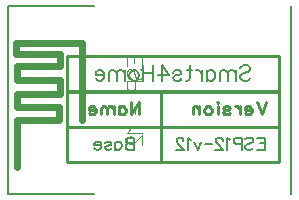
<source format=gbr>
G04 DipTrace 3.3.1.3*
G04 BottomSilk.gbr*
%MOMM*%
G04 #@! TF.FileFunction,Legend,Bot*
G04 #@! TF.Part,Single*
%ADD10C,0.25*%
%ADD19C,0.127*%
%ADD20C,0.6096*%
%ADD50C,0.19608*%
%ADD51C,0.22222*%
%ADD52C,0.15686*%
%ADD53C,0.1016*%
%FSLAX35Y35*%
G04*
G71*
G90*
G75*
G01*
G04 BotSilk*
%LPD*%
X1596633Y483101D2*
D19*
X2326713D1*
X3996633D2*
Y2083019D1*
X2326713D2*
X1596633D1*
Y483101D1*
X2156793Y1763113D2*
D20*
X1666713D1*
Y1673097D1*
X2036793D1*
Y1572993D1*
X1676793D1*
Y1453101D1*
X2036793D1*
Y1333015D1*
X1676793D1*
Y1223017D1*
X2026713D1*
Y1113019D1*
X1676793D1*
Y712991D1*
X2166633Y1763113D2*
X2226633D1*
Y1113019D1*
X2894797Y1357287D2*
D10*
X3894797D1*
Y1057287D1*
X2894797D1*
Y1357287D1*
Y1057287D2*
X3894797D1*
Y757287D1*
X2894797D1*
Y1057287D1*
X2094797Y1357287D2*
X2894797D1*
Y1057287D1*
X2094797D1*
Y1357287D1*
Y1057287D2*
X2894797D1*
Y757287D1*
X2094797D1*
Y1057287D1*
X2095057Y1654270D2*
X3895057D1*
Y1354270D1*
X2095057D1*
Y1654270D1*
X3783686Y1264451D2*
D51*
X3744827Y1162364D1*
X3705969Y1264451D1*
X3661524Y1201222D2*
X3603236D1*
Y1210993D1*
X3608066Y1220764D1*
X3612895Y1225593D1*
X3622666Y1230422D1*
X3637266D1*
X3646924Y1225593D1*
X3656695Y1215822D1*
X3661524Y1201222D1*
Y1191564D1*
X3656695Y1176964D1*
X3646924Y1167305D1*
X3637266Y1162364D1*
X3622666D1*
X3612895Y1167305D1*
X3603236Y1176964D1*
X3558792Y1230422D2*
Y1162364D1*
Y1201222D2*
X3553851Y1215822D1*
X3544192Y1225593D1*
X3534421Y1230422D1*
X3519821D1*
X3421918Y1215822D2*
X3426748Y1225593D1*
X3441348Y1230422D1*
X3455948D1*
X3470548Y1225593D1*
X3475377Y1215822D1*
X3470548Y1206164D1*
X3460777Y1201222D1*
X3436518Y1196393D1*
X3426748Y1191564D1*
X3421918Y1181793D1*
Y1176964D1*
X3426748Y1167305D1*
X3441348Y1162364D1*
X3455948D1*
X3470548Y1167305D1*
X3475377Y1176964D1*
X3377474Y1264451D2*
X3372645Y1259622D1*
X3367703Y1264451D1*
X3372645Y1269393D1*
X3377474Y1264451D1*
X3372645Y1230422D2*
Y1162364D1*
X3299000Y1230422D2*
X3308659Y1225593D1*
X3318429Y1215822D1*
X3323259Y1201222D1*
Y1191564D1*
X3318429Y1176964D1*
X3308659Y1167305D1*
X3299000Y1162364D1*
X3284400D1*
X3274629Y1167305D1*
X3264971Y1176964D1*
X3260029Y1191564D1*
Y1201222D1*
X3264971Y1215822D1*
X3274629Y1225593D1*
X3284400Y1230422D1*
X3299000D1*
X3215585D2*
Y1162364D1*
Y1210993D2*
X3200985Y1225593D1*
X3191214Y1230422D1*
X3176727D1*
X3166956Y1225593D1*
X3162127Y1210993D1*
Y1162364D1*
X3706437Y964451D2*
D52*
X3769554D1*
Y862364D1*
X3706437D1*
X3769554Y915822D2*
X3730695D1*
X3607006Y949851D2*
X3616664Y959622D1*
X3631264Y964451D1*
X3650694D1*
X3665294Y959622D1*
X3675064Y949851D1*
Y940193D1*
X3670123Y930422D1*
X3665294Y925593D1*
X3655635Y920764D1*
X3626435Y910993D1*
X3616664Y906164D1*
X3611835Y901222D1*
X3607006Y891564D1*
Y876964D1*
X3616664Y867305D1*
X3631264Y862364D1*
X3650694D1*
X3665294Y867305D1*
X3675064Y876964D1*
X3575633Y910993D2*
X3531833D1*
X3517346Y915822D1*
X3512404Y920764D1*
X3507575Y930422D1*
Y945022D1*
X3512404Y954681D1*
X3517346Y959622D1*
X3531833Y964451D1*
X3575633D1*
Y862364D1*
X3476202Y944910D2*
X3466432Y949851D1*
X3451832Y964339D1*
Y862364D1*
X3415517Y940081D2*
Y944910D1*
X3410688Y954681D1*
X3405859Y959510D1*
X3396088Y964339D1*
X3376659D1*
X3367001Y959510D1*
X3362171Y954681D1*
X3357230Y944910D1*
Y935251D1*
X3362171Y925481D1*
X3371830Y910993D1*
X3420459Y862364D1*
X3352401D1*
X3321028Y913351D2*
X3264874D1*
X3233502Y930422D2*
X3204302Y862364D1*
X3175214Y930422D1*
X3143841Y944910D2*
X3134071Y949851D1*
X3119471Y964339D1*
Y862364D1*
X3083156Y940081D2*
Y944910D1*
X3078327Y954681D1*
X3073498Y959510D1*
X3063727Y964339D1*
X3044298D1*
X3034640Y959510D1*
X3029810Y954681D1*
X3024869Y944910D1*
Y935251D1*
X3029810Y925481D1*
X3039469Y910993D1*
X3088098Y862364D1*
X3020040D1*
X2639236Y1264451D2*
D51*
Y1162364D1*
X2707295Y1264451D1*
Y1162364D1*
X2536504Y1230422D2*
Y1162364D1*
Y1215822D2*
X2546163Y1225593D1*
X2555934Y1230422D1*
X2570421D1*
X2580192Y1225593D1*
X2589850Y1215822D1*
X2594792Y1201222D1*
Y1191564D1*
X2589850Y1176964D1*
X2580192Y1167305D1*
X2570421Y1162364D1*
X2555934D1*
X2546163Y1167305D1*
X2536504Y1176964D1*
X2492060Y1230422D2*
Y1162364D1*
Y1210993D2*
X2477460Y1225593D1*
X2467689Y1230422D1*
X2453201D1*
X2443431Y1225593D1*
X2438601Y1210993D1*
Y1162364D1*
Y1210993D2*
X2424001Y1225593D1*
X2414231Y1230422D1*
X2399743D1*
X2389972Y1225593D1*
X2385031Y1210993D1*
Y1162364D1*
X2340586Y1201222D2*
X2282298D1*
Y1210993D1*
X2287128Y1220764D1*
X2291957Y1225593D1*
X2301728Y1230422D1*
X2316328D1*
X2325986Y1225593D1*
X2335757Y1215822D1*
X2340586Y1201222D1*
Y1191564D1*
X2335757Y1176964D1*
X2325986Y1167305D1*
X2316328Y1162364D1*
X2301728D1*
X2291957Y1167305D1*
X2282298Y1176964D1*
X2660902Y964451D2*
D52*
Y862364D1*
X2617102D1*
X2602502Y867305D1*
X2597672Y872134D1*
X2592843Y881793D1*
Y896393D1*
X2597672Y906164D1*
X2602502Y910993D1*
X2617102Y915822D1*
X2602502Y920764D1*
X2597672Y925593D1*
X2592843Y935251D1*
Y945022D1*
X2597672Y954681D1*
X2602502Y959622D1*
X2617102Y964451D1*
X2660902D1*
Y915822D2*
X2617102D1*
X2503183Y930422D2*
Y862364D1*
Y915822D2*
X2512841Y925593D1*
X2522612Y930422D1*
X2537100D1*
X2546871Y925593D1*
X2556529Y915822D1*
X2561471Y901222D1*
Y891564D1*
X2556529Y876964D1*
X2546871Y867305D1*
X2537100Y862364D1*
X2522612D1*
X2512841Y867305D1*
X2503183Y876964D1*
X2418352Y915822D2*
X2423181Y925593D1*
X2437781Y930422D1*
X2452381D1*
X2466981Y925593D1*
X2471810Y915822D1*
X2466981Y906164D1*
X2457210Y901222D1*
X2432952Y896393D1*
X2423181Y891564D1*
X2418352Y881793D1*
Y876964D1*
X2423181Y867305D1*
X2437781Y862364D1*
X2452381D1*
X2466981Y867305D1*
X2471810Y876964D1*
X2386979Y901222D2*
X2328692D1*
Y910993D1*
X2333521Y920764D1*
X2338350Y925593D1*
X2348121Y930422D1*
X2362721D1*
X2372379Y925593D1*
X2382150Y915822D1*
X2386979Y901222D1*
Y891564D1*
X2382150Y876964D1*
X2372379Y867305D1*
X2362721Y862364D1*
X2348121D1*
X2338350Y867305D1*
X2328692Y876964D1*
X3564909Y1557476D2*
D50*
X3576982Y1569689D1*
X3595232Y1575726D1*
X3619519D1*
X3637769Y1569689D1*
X3649982Y1557476D1*
Y1545403D1*
X3643805Y1533189D1*
X3637769Y1527153D1*
X3625696Y1521116D1*
X3589196Y1508903D1*
X3576982Y1502866D1*
X3570946Y1496689D1*
X3564909Y1484616D1*
Y1466366D1*
X3576982Y1454293D1*
X3595232Y1448116D1*
X3619519D1*
X3637769Y1454293D1*
X3649982Y1466366D1*
X3525693Y1533189D2*
Y1448116D1*
Y1508903D2*
X3507443Y1527153D1*
X3495230Y1533189D1*
X3477120D1*
X3464907Y1527153D1*
X3458870Y1508903D1*
Y1448116D1*
Y1508903D2*
X3440620Y1527153D1*
X3428407Y1533189D1*
X3410297D1*
X3398084Y1527153D1*
X3391907Y1508903D1*
Y1448116D1*
X3279832Y1533189D2*
Y1448116D1*
Y1514939D2*
X3291905Y1527153D1*
X3304118Y1533189D1*
X3322228D1*
X3334441Y1527153D1*
X3346514Y1514939D1*
X3352691Y1496689D1*
Y1484616D1*
X3346514Y1466366D1*
X3334441Y1454293D1*
X3322228Y1448116D1*
X3304118D1*
X3291905Y1454293D1*
X3279832Y1466366D1*
X3240616Y1533189D2*
Y1448116D1*
Y1496689D2*
X3234439Y1514939D1*
X3222366Y1527153D1*
X3210152Y1533189D1*
X3191902D1*
X3134437Y1575726D2*
Y1472403D1*
X3128400Y1454293D1*
X3116187Y1448116D1*
X3104114D1*
X3152687Y1533189D2*
X3110150D1*
X2998075Y1514939D2*
X3004111Y1527153D1*
X3022361Y1533189D1*
X3040611D1*
X3058861Y1527153D1*
X3064898Y1514939D1*
X3058861Y1502866D1*
X3046648Y1496689D1*
X3016325Y1490653D1*
X3004111Y1484616D1*
X2998075Y1472403D1*
Y1466366D1*
X3004111Y1454293D1*
X3022361Y1448116D1*
X3040611D1*
X3058861Y1454293D1*
X3064898Y1466366D1*
X2898073Y1448116D2*
Y1575585D1*
X2958859Y1490653D1*
X2867750D1*
X2828534Y1575726D2*
Y1448116D1*
X2743461Y1575726D2*
Y1448116D1*
X2828534Y1514939D2*
X2743461D1*
X2673922Y1533189D2*
X2685995Y1527153D1*
X2698209Y1514939D1*
X2704245Y1496689D1*
Y1484616D1*
X2698209Y1466366D1*
X2685995Y1454293D1*
X2673922Y1448116D1*
X2655672D1*
X2643459Y1454293D1*
X2631386Y1466366D1*
X2625209Y1484616D1*
Y1496689D1*
X2631386Y1514939D1*
X2643459Y1527153D1*
X2655672Y1533189D1*
X2673922D1*
X2585993D2*
Y1448116D1*
Y1508903D2*
X2567743Y1527153D1*
X2555529Y1533189D1*
X2537420D1*
X2525206Y1527153D1*
X2519170Y1508903D1*
Y1448116D1*
Y1508903D2*
X2500920Y1527153D1*
X2488706Y1533189D1*
X2470597D1*
X2458383Y1527153D1*
X2452206Y1508903D1*
Y1448116D1*
X2412991Y1496689D2*
X2340131D1*
Y1508903D1*
X2346168Y1521116D1*
X2352204Y1527153D1*
X2364418Y1533189D1*
X2382668D1*
X2394741Y1527153D1*
X2406954Y1514939D1*
X2412991Y1496689D1*
Y1484616D1*
X2406954Y1466366D1*
X2394741Y1454293D1*
X2382668Y1448116D1*
X2364418D1*
X2352204Y1454293D1*
X2340131Y1466366D1*
X2607705Y1566813D2*
D53*
Y1645709D1*
X2735314D1*
Y1566813D1*
X2668491Y1645709D2*
Y1597136D1*
X2625955Y1461420D2*
X2613741Y1473493D1*
X2607705Y1491743D1*
Y1516030D1*
X2613741Y1534280D1*
X2625955Y1546493D1*
X2638028D1*
X2650241Y1540316D1*
X2656278Y1534280D1*
X2662314Y1522207D1*
X2674528Y1485707D1*
X2680564Y1473493D1*
X2686741Y1467457D1*
X2698814Y1461420D1*
X2717064D1*
X2729137Y1473493D1*
X2735314Y1491743D1*
Y1516030D1*
X2729137Y1534280D1*
X2717064Y1546493D1*
X2674528Y1441100D2*
Y1386350D1*
X2668491Y1368241D1*
X2662314Y1362064D1*
X2650241Y1356027D1*
X2631991D1*
X2619918Y1362064D1*
X2613741Y1368241D1*
X2607705Y1386350D1*
Y1441100D1*
X2735314D1*
X2671580Y1231156D2*
Y1160964D1*
X2632132Y1036093D2*
X2625955Y1023880D1*
X2607845Y1005630D1*
X2735314D1*
X2638168Y979133D2*
X2632132D1*
X2619918Y973097D1*
X2613882Y967060D1*
X2607845Y954847D1*
Y930560D1*
X2613881Y918487D1*
X2619918Y912450D1*
X2632131Y906274D1*
X2644205D1*
X2656418Y912450D1*
X2674528Y924524D1*
X2735314Y985310D1*
Y900237D1*
M02*

</source>
